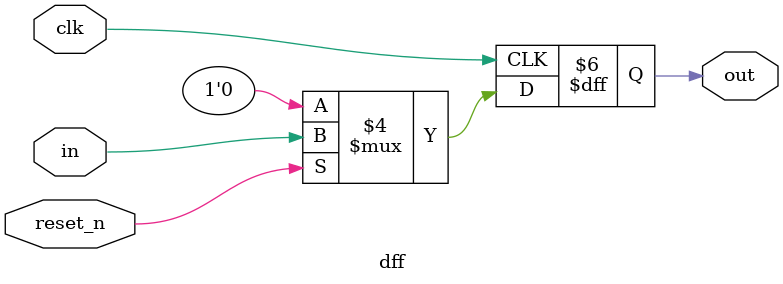
<source format=v>
module shiftregister(
	input [9:0] SW,
	input [3:0] KEY,
	output [7:0] LEDR);
	shifter shift1(
		.load_val(SW[7:0]),
		.load_n(KEY[1]),
		.shift_right(KEY[2]),
		.asr(KEY[3]),
		.clk(KEY[0]),
		.reset_n(SW[9]),
		.out(LEDR)
		);
endmodule

module shifter(
	input [7:0] load_val,
	input load_n,
	input shift_right,
	input asr,
	input clk,
	input reset_n,
	output [7:0] out);
	wire [7:0] shifterbit_out;
	shifterbit s7(
		.load_val(load_val[7]),
		.in(asr ? shifterbit_out[7] : 1'b0),
		.shift(shift_right),
		.load_n(load_n),
		.clk(clk),
		.reset_n(reset_n),
		.out(shifterbit_out[7])
		);
	shifterbit s6(
		.load_val(load_val[6]),
		.in(shifterbit_out[7]),
		.shift(shift_right),
		.load_n(load_n),
		.clk(clk),
		.reset_n(reset_n),
		.out(shifterbit_out[6])
		);
	shifterbit s5(
		.load_val(load_val[5]),
		.in(shifterbit_out[6]),
		.shift(shift_right),
		.load_n(load_n),
		.clk(clk),
		.reset_n(reset_n),
		.out(shifterbit_out[5])
		);
	shifterbit s4(
		.load_val(load_val[4]),
		.in(shifterbit_out[5]),
		.shift(shift_right),
		.load_n(load_n),
		.clk(clk),
		.reset_n(reset_n),
		.out(shifterbit_out[4])
		);
	shifterbit s3(
		.load_val(load_val[3]),
		.in(shifterbit_out[4]),
		.shift(shift_right),
		.load_n(load_n),
		.clk(clk),
		.reset_n(reset_n),
		.out(shifterbit_out[3])
		);
	shifterbit s2(
		.load_val(load_val[2]),
		.in(shifterbit_out[3]),
		.shift(shift_right),
		.load_n(load_n),
		.clk(clk),
		.reset_n(reset_n),
		.out(shifterbit_out[2])
		);
	shifterbit s1(
		.load_val(load_val[1]),
		.in(shifterbit_out[2]),
		.shift(shift_right),
		.load_n(load_n),
		.clk(clk),
		.reset_n(reset_n),
		.out(shifterbit_out[1])
		);
	shifterbit s0(
		.load_val(load_val[0]),
		.in(shifterbit_out[1]),
		.shift(shift_right),
		.load_n(load_n),
		.clk(clk),
		.reset_n(reset_n),
		.out(shifterbit_out[0])
		);
	assign out = shifterbit_out;
endmodule

module shifterbit(
	input load_val,
	input in,
	input shift,
	input load_n,
	input clk,
	input reset_n,
	output out);
	wire dff_out;
	wire shift_mux_out, load_mux_out;
	mux2to1 m1(
		.X(dff_out),
		.Y(in),
		.S(shift),
		.out(shift_mux_out)
		);
	mux2to1 m2(
		.X(load_val),
		.Y(shift_mux_out),
		.S(load_n),
		.out(load_mux_out)
		);
	dff d1(
		.clk(clk),
		.reset_n(reset_n),
		.in(load_mux_out),
		.out(dff_out)
		);
	assign out = dff_out;
endmodule

module mux2to1(
	output out,
	input X,
	input Y, 
	input S);
	assign out = S ? Y : X;
endmodule

module dff(
	input clk,
	input reset_n,
	input in,
	output reg out);
	always @(posedge clk) begin
		if (reset_n == 1'b0)
			out <= 0;
		else
			out <= in;
	end
endmodule


</source>
